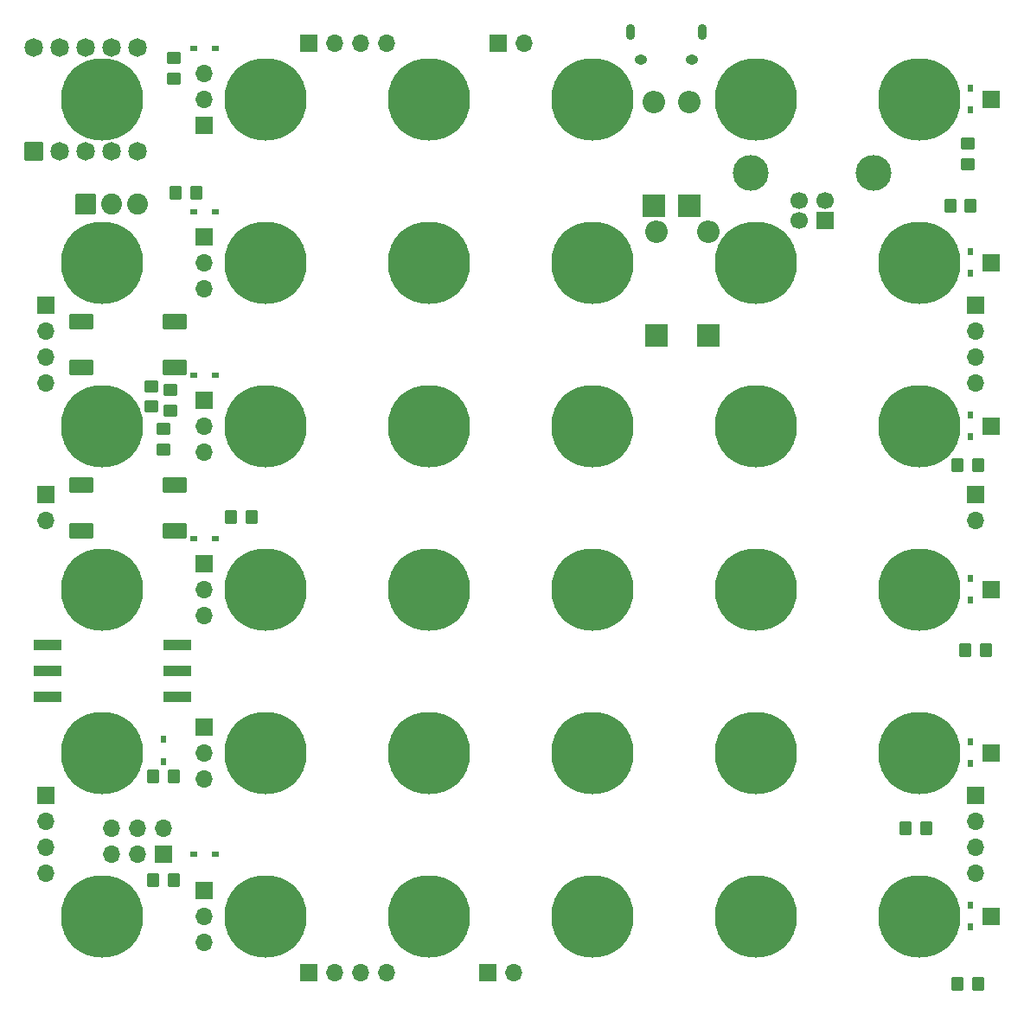
<source format=gbr>
%TF.GenerationSoftware,KiCad,Pcbnew,7.0.9*%
%TF.CreationDate,2024-03-13T01:01:39-05:00*%
%TF.ProjectId,BOARD,424f4152-442e-46b6-9963-61645f706362,rev?*%
%TF.SameCoordinates,Original*%
%TF.FileFunction,Soldermask,Top*%
%TF.FilePolarity,Negative*%
%FSLAX46Y46*%
G04 Gerber Fmt 4.6, Leading zero omitted, Abs format (unit mm)*
G04 Created by KiCad (PCBNEW 7.0.9) date 2024-03-13 01:01:39*
%MOMM*%
%LPD*%
G01*
G04 APERTURE LIST*
G04 Aperture macros list*
%AMRoundRect*
0 Rectangle with rounded corners*
0 $1 Rounding radius*
0 $2 $3 $4 $5 $6 $7 $8 $9 X,Y pos of 4 corners*
0 Add a 4 corners polygon primitive as box body*
4,1,4,$2,$3,$4,$5,$6,$7,$8,$9,$2,$3,0*
0 Add four circle primitives for the rounded corners*
1,1,$1+$1,$2,$3*
1,1,$1+$1,$4,$5*
1,1,$1+$1,$6,$7*
1,1,$1+$1,$8,$9*
0 Add four rect primitives between the rounded corners*
20,1,$1+$1,$2,$3,$4,$5,0*
20,1,$1+$1,$4,$5,$6,$7,0*
20,1,$1+$1,$6,$7,$8,$9,0*
20,1,$1+$1,$8,$9,$2,$3,0*%
G04 Aperture macros list end*
%ADD10R,1.700000X1.700000*%
%ADD11RoundRect,0.250000X0.450000X-0.350000X0.450000X0.350000X-0.450000X0.350000X-0.450000X-0.350000X0*%
%ADD12C,8.050000*%
%ADD13RoundRect,0.102000X-0.922500X-0.922500X0.922500X-0.922500X0.922500X0.922500X-0.922500X0.922500X0*%
%ADD14C,2.049000*%
%ADD15R,0.609600X0.660400*%
%ADD16O,1.700000X1.700000*%
%ADD17RoundRect,0.250000X0.350000X0.450000X-0.350000X0.450000X-0.350000X-0.450000X0.350000X-0.450000X0*%
%ADD18RoundRect,0.102000X1.050000X0.700000X-1.050000X0.700000X-1.050000X-0.700000X1.050000X-0.700000X0*%
%ADD19R,2.700000X1.000000*%
%ADD20RoundRect,0.250000X-0.350000X-0.450000X0.350000X-0.450000X0.350000X0.450000X-0.350000X0.450000X0*%
%ADD21R,0.660400X0.609600*%
%ADD22RoundRect,0.102000X0.810000X-0.810000X0.810000X0.810000X-0.810000X0.810000X-0.810000X-0.810000X0*%
%ADD23C,1.824000*%
%ADD24R,2.200000X2.200000*%
%ADD25O,2.200000X2.200000*%
%ADD26RoundRect,0.250000X-0.450000X0.350000X-0.450000X-0.350000X0.450000X-0.350000X0.450000X0.350000X0*%
%ADD27O,0.890000X1.550000*%
%ADD28O,1.250000X0.950000*%
%ADD29C,1.700000*%
%ADD30C,3.500000*%
G04 APERTURE END LIST*
D10*
%TO.C,J57*%
X175000000Y-128000000D03*
%TD*%
D11*
%TO.C,R6*%
X94700000Y-78500000D03*
X94700000Y-76500000D03*
%TD*%
D12*
%TO.C,J3*%
X88000000Y-80000000D03*
%TD*%
%TO.C,J33*%
X168000000Y-80000000D03*
%TD*%
%TO.C,J13*%
X120000000Y-48000000D03*
%TD*%
%TO.C,J29*%
X152000000Y-112000000D03*
%TD*%
D13*
%TO.C,Q1*%
X86360000Y-58310000D03*
D14*
X88900000Y-58310000D03*
X91440000Y-58310000D03*
%TD*%
D12*
%TO.C,J27*%
X152000000Y-80000000D03*
%TD*%
%TO.C,J2*%
X88000000Y-64000000D03*
%TD*%
D10*
%TO.C,J46*%
X175000000Y-48000000D03*
%TD*%
D15*
%TO.C,LED10*%
X173000000Y-62920500D03*
X173000000Y-65079500D03*
%TD*%
D10*
%TO.C,J43*%
X98000000Y-125460000D03*
D16*
X98000000Y-128000000D03*
X98000000Y-130540000D03*
%TD*%
D10*
%TO.C,J40*%
X98000000Y-77460000D03*
D16*
X98000000Y-80000000D03*
X98000000Y-82540000D03*
%TD*%
D12*
%TO.C,J35*%
X168000000Y-112000000D03*
%TD*%
D17*
%TO.C,R5*%
X97200000Y-57200000D03*
X95200000Y-57200000D03*
%TD*%
D18*
%TO.C,S2*%
X95050000Y-90250000D03*
X85950000Y-90250000D03*
X95050000Y-85750000D03*
X85950000Y-85750000D03*
%TD*%
D10*
%TO.C,J55*%
X175000000Y-112000000D03*
%TD*%
%TO.C,J52*%
X175000000Y-64000000D03*
%TD*%
D12*
%TO.C,J18*%
X120000000Y-128000000D03*
%TD*%
%TO.C,J6*%
X88000000Y-128000000D03*
%TD*%
%TO.C,J30*%
X152000000Y-128000000D03*
%TD*%
D15*
%TO.C,LED12*%
X173000000Y-97079500D03*
X173000000Y-94920500D03*
%TD*%
D12*
%TO.C,J32*%
X168000000Y-64000000D03*
%TD*%
D17*
%TO.C,R7*%
X102600000Y-88900000D03*
X100600000Y-88900000D03*
%TD*%
D12*
%TO.C,J26*%
X152000000Y-64000000D03*
%TD*%
%TO.C,J22*%
X136000000Y-96000000D03*
%TD*%
D19*
%TO.C,S3*%
X82650000Y-101460000D03*
X95350000Y-106540000D03*
X82650000Y-106540000D03*
X95350000Y-101460000D03*
X82650000Y-104000000D03*
X95350000Y-104000000D03*
%TD*%
D10*
%TO.C,J61*%
X93980000Y-121920000D03*
D16*
X93980000Y-119380000D03*
X91440000Y-121920000D03*
X91440000Y-119380000D03*
X88900000Y-121920000D03*
X88900000Y-119380000D03*
%TD*%
D10*
%TO.C,J48*%
X173500000Y-116190000D03*
D16*
X173500000Y-118730000D03*
X173500000Y-121270000D03*
X173500000Y-123810000D03*
%TD*%
D20*
%TO.C,R14*%
X171720000Y-83820000D03*
X173720000Y-83820000D03*
%TD*%
D12*
%TO.C,J9*%
X104000000Y-80000000D03*
%TD*%
D21*
%TO.C,LED6*%
X96920500Y-121920000D03*
X99079500Y-121920000D03*
%TD*%
D10*
%TO.C,J37*%
X98000000Y-50540000D03*
D16*
X98000000Y-48000000D03*
X98000000Y-45460000D03*
%TD*%
D12*
%TO.C,J7*%
X104000000Y-48000000D03*
%TD*%
D20*
%TO.C,R13*%
X171000000Y-58420000D03*
X173000000Y-58420000D03*
%TD*%
D12*
%TO.C,J36*%
X168000000Y-128000000D03*
%TD*%
%TO.C,J31*%
X168000000Y-48000000D03*
%TD*%
%TO.C,J21*%
X136000000Y-80000000D03*
%TD*%
D20*
%TO.C,R16*%
X166640000Y-119380000D03*
X168640000Y-119380000D03*
%TD*%
D12*
%TO.C,J34*%
X168000000Y-96000000D03*
%TD*%
%TO.C,J1*%
X88000000Y-48000000D03*
%TD*%
%TO.C,J15*%
X120000000Y-80000000D03*
%TD*%
D11*
%TO.C,R4*%
X95000000Y-46000000D03*
X95000000Y-44000000D03*
%TD*%
D10*
%TO.C,J41*%
X98000000Y-93460000D03*
D16*
X98000000Y-96000000D03*
X98000000Y-98540000D03*
%TD*%
D21*
%TO.C,LED1*%
X99079500Y-43000000D03*
X96920500Y-43000000D03*
%TD*%
D10*
%TO.C,J44*%
X173500000Y-86725000D03*
D16*
X173500000Y-89265000D03*
%TD*%
D12*
%TO.C,J24*%
X136000000Y-128000000D03*
%TD*%
%TO.C,J10*%
X104000000Y-96000000D03*
%TD*%
D21*
%TO.C,LED2*%
X96920500Y-59000000D03*
X99079500Y-59000000D03*
%TD*%
D22*
%TO.C,D1*%
X81280000Y-53080000D03*
D23*
X83820000Y-53080000D03*
X86360000Y-53080000D03*
X88900000Y-53080000D03*
X91440000Y-53080000D03*
X91440000Y-42920000D03*
X88900000Y-42920000D03*
X86360000Y-42920000D03*
X83820000Y-42920000D03*
X81280000Y-42920000D03*
%TD*%
D10*
%TO.C,J39*%
X98000000Y-61460000D03*
D16*
X98000000Y-64000000D03*
X98000000Y-66540000D03*
%TD*%
D10*
%TO.C,J51*%
X126725000Y-42500000D03*
D16*
X129265000Y-42500000D03*
%TD*%
D15*
%TO.C,LED11*%
X173000000Y-81079500D03*
X173000000Y-78920500D03*
%TD*%
D18*
%TO.C,S1*%
X95050000Y-74250000D03*
X85950000Y-74250000D03*
X95050000Y-69750000D03*
X85950000Y-69750000D03*
%TD*%
D12*
%TO.C,J17*%
X120000000Y-112000000D03*
%TD*%
D20*
%TO.C,R8*%
X92980000Y-114300000D03*
X94980000Y-114300000D03*
%TD*%
D12*
%TO.C,J8*%
X104000000Y-64000000D03*
%TD*%
D10*
%TO.C,J42*%
X98000000Y-109460000D03*
D16*
X98000000Y-112000000D03*
X98000000Y-114540000D03*
%TD*%
D21*
%TO.C,LED4*%
X99079500Y-91000000D03*
X96920500Y-91000000D03*
%TD*%
D20*
%TO.C,R15*%
X172500000Y-102000000D03*
X174500000Y-102000000D03*
%TD*%
D10*
%TO.C,J59*%
X108190000Y-42500000D03*
D16*
X110730000Y-42500000D03*
X113270000Y-42500000D03*
X115810000Y-42500000D03*
%TD*%
D20*
%TO.C,R9*%
X92980000Y-124460000D03*
X94980000Y-124460000D03*
%TD*%
D11*
%TO.C,R21*%
X92800000Y-78100000D03*
X92800000Y-76100000D03*
%TD*%
D12*
%TO.C,J28*%
X152000000Y-96000000D03*
%TD*%
D20*
%TO.C,R17*%
X171720000Y-134620000D03*
X173720000Y-134620000D03*
%TD*%
D15*
%TO.C,LED5*%
X93980000Y-112839500D03*
X93980000Y-110680500D03*
%TD*%
D12*
%TO.C,J11*%
X104000000Y-112000000D03*
%TD*%
D11*
%TO.C,R12*%
X172720000Y-54340000D03*
X172720000Y-52340000D03*
%TD*%
D10*
%TO.C,J54*%
X175000000Y-96000000D03*
%TD*%
D12*
%TO.C,J23*%
X136000000Y-112000000D03*
%TD*%
%TO.C,J20*%
X136000000Y-64000000D03*
%TD*%
%TO.C,J19*%
X136000000Y-48000000D03*
%TD*%
%TO.C,J12*%
X104000000Y-128000000D03*
%TD*%
%TO.C,J14*%
X120000000Y-64000000D03*
%TD*%
D24*
%TO.C,D4*%
X142000000Y-58420000D03*
D25*
X142000000Y-48260000D03*
%TD*%
D26*
%TO.C,R20*%
X93980000Y-80280000D03*
X93980000Y-82280000D03*
%TD*%
D12*
%TO.C,J5*%
X88000000Y-112000000D03*
%TD*%
%TO.C,J4*%
X88000000Y-96000000D03*
%TD*%
D15*
%TO.C,LED14*%
X173000000Y-129079500D03*
X173000000Y-126920500D03*
%TD*%
%TO.C,LED9*%
X173000000Y-49079500D03*
X173000000Y-46920500D03*
%TD*%
%TO.C,LED13*%
X173000000Y-113079500D03*
X173000000Y-110920500D03*
%TD*%
D21*
%TO.C,LED3*%
X96920500Y-75000000D03*
X99079500Y-75000000D03*
%TD*%
D10*
%TO.C,J49*%
X173500000Y-68190000D03*
D16*
X173500000Y-70730000D03*
X173500000Y-73270000D03*
X173500000Y-75810000D03*
%TD*%
D12*
%TO.C,J25*%
X152000000Y-48000000D03*
%TD*%
%TO.C,J16*%
X120000000Y-96000000D03*
%TD*%
D10*
%TO.C,J53*%
X175000000Y-80000000D03*
%TD*%
%TO.C,J45*%
X125725000Y-133500000D03*
D16*
X128265000Y-133500000D03*
%TD*%
D27*
%TO.C,J38*%
X139700000Y-41400000D03*
D28*
X140700000Y-44100000D03*
X145700000Y-44100000D03*
D27*
X146700000Y-41400000D03*
%TD*%
D10*
%TO.C,J47*%
X82500000Y-68190000D03*
D16*
X82500000Y-70730000D03*
X82500000Y-73270000D03*
X82500000Y-75810000D03*
%TD*%
D24*
%TO.C,D3*%
X145500000Y-58420000D03*
D25*
X145500000Y-48260000D03*
%TD*%
D24*
%TO.C,D5*%
X142240000Y-71120000D03*
D25*
X142240000Y-60960000D03*
%TD*%
D24*
%TO.C,D2*%
X147320000Y-71120000D03*
D25*
X147320000Y-60960000D03*
%TD*%
D10*
%TO.C,J50*%
X82500000Y-116190000D03*
D16*
X82500000Y-118730000D03*
X82500000Y-121270000D03*
X82500000Y-123810000D03*
%TD*%
D10*
%TO.C,J58*%
X82500000Y-86725000D03*
D16*
X82500000Y-89265000D03*
%TD*%
D10*
%TO.C,J60*%
X158730000Y-59917500D03*
D29*
X156230000Y-59917500D03*
X156230000Y-57917500D03*
X158730000Y-57917500D03*
D30*
X151460000Y-55207500D03*
X163500000Y-55207500D03*
%TD*%
D10*
%TO.C,J56*%
X108190000Y-133500000D03*
D16*
X110730000Y-133500000D03*
X113270000Y-133500000D03*
X115810000Y-133500000D03*
%TD*%
M02*

</source>
